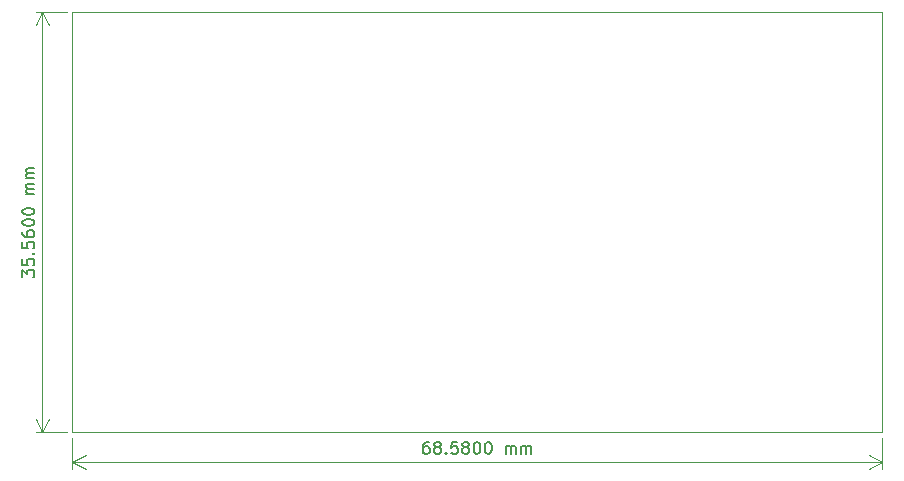
<source format=gbr>
%TF.GenerationSoftware,KiCad,Pcbnew,6.0.11+dfsg-1*%
%TF.CreationDate,2024-03-20T16:14:57-04:00*%
%TF.ProjectId,MainPCB,4d61696e-5043-4422-9e6b-696361645f70,rev?*%
%TF.SameCoordinates,Original*%
%TF.FileFunction,Profile,NP*%
%FSLAX46Y46*%
G04 Gerber Fmt 4.6, Leading zero omitted, Abs format (unit mm)*
G04 Created by KiCad (PCBNEW 6.0.11+dfsg-1) date 2024-03-20 16:14:57*
%MOMM*%
%LPD*%
G01*
G04 APERTURE LIST*
%TA.AperFunction,Profile*%
%ADD10C,0.100000*%
%TD*%
%ADD11C,0.150000*%
G04 APERTURE END LIST*
D10*
X203200000Y-114300000D02*
X134620000Y-114300000D01*
X134620000Y-114300000D02*
X134620000Y-78740000D01*
X134620000Y-78740000D02*
X203200000Y-78740000D01*
X203200000Y-78740000D02*
X203200000Y-114300000D01*
D11*
X130382381Y-101186666D02*
X130382381Y-100567619D01*
X130763334Y-100900952D01*
X130763334Y-100758095D01*
X130810953Y-100662857D01*
X130858572Y-100615238D01*
X130953810Y-100567619D01*
X131191905Y-100567619D01*
X131287143Y-100615238D01*
X131334762Y-100662857D01*
X131382381Y-100758095D01*
X131382381Y-101043809D01*
X131334762Y-101139047D01*
X131287143Y-101186666D01*
X130382381Y-99662857D02*
X130382381Y-100139047D01*
X130858572Y-100186666D01*
X130810953Y-100139047D01*
X130763334Y-100043809D01*
X130763334Y-99805714D01*
X130810953Y-99710476D01*
X130858572Y-99662857D01*
X130953810Y-99615238D01*
X131191905Y-99615238D01*
X131287143Y-99662857D01*
X131334762Y-99710476D01*
X131382381Y-99805714D01*
X131382381Y-100043809D01*
X131334762Y-100139047D01*
X131287143Y-100186666D01*
X131287143Y-99186666D02*
X131334762Y-99139047D01*
X131382381Y-99186666D01*
X131334762Y-99234285D01*
X131287143Y-99186666D01*
X131382381Y-99186666D01*
X130382381Y-98234285D02*
X130382381Y-98710476D01*
X130858572Y-98758095D01*
X130810953Y-98710476D01*
X130763334Y-98615238D01*
X130763334Y-98377142D01*
X130810953Y-98281904D01*
X130858572Y-98234285D01*
X130953810Y-98186666D01*
X131191905Y-98186666D01*
X131287143Y-98234285D01*
X131334762Y-98281904D01*
X131382381Y-98377142D01*
X131382381Y-98615238D01*
X131334762Y-98710476D01*
X131287143Y-98758095D01*
X130382381Y-97329523D02*
X130382381Y-97520000D01*
X130430001Y-97615238D01*
X130477620Y-97662857D01*
X130620477Y-97758095D01*
X130810953Y-97805714D01*
X131191905Y-97805714D01*
X131287143Y-97758095D01*
X131334762Y-97710476D01*
X131382381Y-97615238D01*
X131382381Y-97424761D01*
X131334762Y-97329523D01*
X131287143Y-97281904D01*
X131191905Y-97234285D01*
X130953810Y-97234285D01*
X130858572Y-97281904D01*
X130810953Y-97329523D01*
X130763334Y-97424761D01*
X130763334Y-97615238D01*
X130810953Y-97710476D01*
X130858572Y-97758095D01*
X130953810Y-97805714D01*
X130382381Y-96615238D02*
X130382381Y-96520000D01*
X130430001Y-96424761D01*
X130477620Y-96377142D01*
X130572858Y-96329523D01*
X130763334Y-96281904D01*
X131001429Y-96281904D01*
X131191905Y-96329523D01*
X131287143Y-96377142D01*
X131334762Y-96424761D01*
X131382381Y-96520000D01*
X131382381Y-96615238D01*
X131334762Y-96710476D01*
X131287143Y-96758095D01*
X131191905Y-96805714D01*
X131001429Y-96853333D01*
X130763334Y-96853333D01*
X130572858Y-96805714D01*
X130477620Y-96758095D01*
X130430001Y-96710476D01*
X130382381Y-96615238D01*
X130382381Y-95662857D02*
X130382381Y-95567619D01*
X130430001Y-95472380D01*
X130477620Y-95424761D01*
X130572858Y-95377142D01*
X130763334Y-95329523D01*
X131001429Y-95329523D01*
X131191905Y-95377142D01*
X131287143Y-95424761D01*
X131334762Y-95472380D01*
X131382381Y-95567619D01*
X131382381Y-95662857D01*
X131334762Y-95758095D01*
X131287143Y-95805714D01*
X131191905Y-95853333D01*
X131001429Y-95900952D01*
X130763334Y-95900952D01*
X130572858Y-95853333D01*
X130477620Y-95805714D01*
X130430001Y-95758095D01*
X130382381Y-95662857D01*
X131382381Y-94139047D02*
X130715715Y-94139047D01*
X130810953Y-94139047D02*
X130763334Y-94091428D01*
X130715715Y-93996190D01*
X130715715Y-93853333D01*
X130763334Y-93758095D01*
X130858572Y-93710476D01*
X131382381Y-93710476D01*
X130858572Y-93710476D02*
X130763334Y-93662857D01*
X130715715Y-93567619D01*
X130715715Y-93424761D01*
X130763334Y-93329523D01*
X130858572Y-93281904D01*
X131382381Y-93281904D01*
X131382381Y-92805714D02*
X130715715Y-92805714D01*
X130810953Y-92805714D02*
X130763334Y-92758095D01*
X130715715Y-92662857D01*
X130715715Y-92520000D01*
X130763334Y-92424761D01*
X130858572Y-92377142D01*
X131382381Y-92377142D01*
X130858572Y-92377142D02*
X130763334Y-92329523D01*
X130715715Y-92234285D01*
X130715715Y-92091428D01*
X130763334Y-91996190D01*
X130858572Y-91948571D01*
X131382381Y-91948571D01*
D10*
X134120000Y-78740000D02*
X131493581Y-78740000D01*
X134120000Y-114300000D02*
X131493581Y-114300000D01*
X132080001Y-78740000D02*
X132080001Y-114300000D01*
X132080001Y-78740000D02*
X132080001Y-114300000D01*
X132080001Y-78740000D02*
X131493580Y-79866504D01*
X132080001Y-78740000D02*
X132666422Y-79866504D01*
X132080001Y-114300000D02*
X132666422Y-113173496D01*
X132080001Y-114300000D02*
X131493580Y-113173496D01*
D11*
X164767142Y-115142379D02*
X164576666Y-115142379D01*
X164481428Y-115189999D01*
X164433809Y-115237618D01*
X164338571Y-115380475D01*
X164290952Y-115570951D01*
X164290952Y-115951903D01*
X164338571Y-116047141D01*
X164386190Y-116094760D01*
X164481428Y-116142379D01*
X164671904Y-116142379D01*
X164767142Y-116094760D01*
X164814761Y-116047141D01*
X164862380Y-115951903D01*
X164862380Y-115713808D01*
X164814761Y-115618570D01*
X164767142Y-115570951D01*
X164671904Y-115523332D01*
X164481428Y-115523332D01*
X164386190Y-115570951D01*
X164338571Y-115618570D01*
X164290952Y-115713808D01*
X165433809Y-115570951D02*
X165338571Y-115523332D01*
X165290952Y-115475713D01*
X165243333Y-115380475D01*
X165243333Y-115332856D01*
X165290952Y-115237618D01*
X165338571Y-115189999D01*
X165433809Y-115142379D01*
X165624285Y-115142379D01*
X165719523Y-115189999D01*
X165767142Y-115237618D01*
X165814761Y-115332856D01*
X165814761Y-115380475D01*
X165767142Y-115475713D01*
X165719523Y-115523332D01*
X165624285Y-115570951D01*
X165433809Y-115570951D01*
X165338571Y-115618570D01*
X165290952Y-115666189D01*
X165243333Y-115761427D01*
X165243333Y-115951903D01*
X165290952Y-116047141D01*
X165338571Y-116094760D01*
X165433809Y-116142379D01*
X165624285Y-116142379D01*
X165719523Y-116094760D01*
X165767142Y-116047141D01*
X165814761Y-115951903D01*
X165814761Y-115761427D01*
X165767142Y-115666189D01*
X165719523Y-115618570D01*
X165624285Y-115570951D01*
X166243333Y-116047141D02*
X166290952Y-116094760D01*
X166243333Y-116142379D01*
X166195714Y-116094760D01*
X166243333Y-116047141D01*
X166243333Y-116142379D01*
X167195714Y-115142379D02*
X166719523Y-115142379D01*
X166671904Y-115618570D01*
X166719523Y-115570951D01*
X166814761Y-115523332D01*
X167052857Y-115523332D01*
X167148095Y-115570951D01*
X167195714Y-115618570D01*
X167243333Y-115713808D01*
X167243333Y-115951903D01*
X167195714Y-116047141D01*
X167148095Y-116094760D01*
X167052857Y-116142379D01*
X166814761Y-116142379D01*
X166719523Y-116094760D01*
X166671904Y-116047141D01*
X167814761Y-115570951D02*
X167719523Y-115523332D01*
X167671904Y-115475713D01*
X167624285Y-115380475D01*
X167624285Y-115332856D01*
X167671904Y-115237618D01*
X167719523Y-115189999D01*
X167814761Y-115142379D01*
X168005238Y-115142379D01*
X168100476Y-115189999D01*
X168148095Y-115237618D01*
X168195714Y-115332856D01*
X168195714Y-115380475D01*
X168148095Y-115475713D01*
X168100476Y-115523332D01*
X168005238Y-115570951D01*
X167814761Y-115570951D01*
X167719523Y-115618570D01*
X167671904Y-115666189D01*
X167624285Y-115761427D01*
X167624285Y-115951903D01*
X167671904Y-116047141D01*
X167719523Y-116094760D01*
X167814761Y-116142379D01*
X168005238Y-116142379D01*
X168100476Y-116094760D01*
X168148095Y-116047141D01*
X168195714Y-115951903D01*
X168195714Y-115761427D01*
X168148095Y-115666189D01*
X168100476Y-115618570D01*
X168005238Y-115570951D01*
X168814761Y-115142379D02*
X168910000Y-115142379D01*
X169005238Y-115189999D01*
X169052857Y-115237618D01*
X169100476Y-115332856D01*
X169148095Y-115523332D01*
X169148095Y-115761427D01*
X169100476Y-115951903D01*
X169052857Y-116047141D01*
X169005238Y-116094760D01*
X168910000Y-116142379D01*
X168814761Y-116142379D01*
X168719523Y-116094760D01*
X168671904Y-116047141D01*
X168624285Y-115951903D01*
X168576666Y-115761427D01*
X168576666Y-115523332D01*
X168624285Y-115332856D01*
X168671904Y-115237618D01*
X168719523Y-115189999D01*
X168814761Y-115142379D01*
X169767142Y-115142379D02*
X169862380Y-115142379D01*
X169957619Y-115189999D01*
X170005238Y-115237618D01*
X170052857Y-115332856D01*
X170100476Y-115523332D01*
X170100476Y-115761427D01*
X170052857Y-115951903D01*
X170005238Y-116047141D01*
X169957619Y-116094760D01*
X169862380Y-116142379D01*
X169767142Y-116142379D01*
X169671904Y-116094760D01*
X169624285Y-116047141D01*
X169576666Y-115951903D01*
X169529047Y-115761427D01*
X169529047Y-115523332D01*
X169576666Y-115332856D01*
X169624285Y-115237618D01*
X169671904Y-115189999D01*
X169767142Y-115142379D01*
X171290952Y-116142379D02*
X171290952Y-115475713D01*
X171290952Y-115570951D02*
X171338571Y-115523332D01*
X171433809Y-115475713D01*
X171576666Y-115475713D01*
X171671904Y-115523332D01*
X171719523Y-115618570D01*
X171719523Y-116142379D01*
X171719523Y-115618570D02*
X171767142Y-115523332D01*
X171862380Y-115475713D01*
X172005238Y-115475713D01*
X172100476Y-115523332D01*
X172148095Y-115618570D01*
X172148095Y-116142379D01*
X172624285Y-116142379D02*
X172624285Y-115475713D01*
X172624285Y-115570951D02*
X172671904Y-115523332D01*
X172767142Y-115475713D01*
X172910000Y-115475713D01*
X173005238Y-115523332D01*
X173052857Y-115618570D01*
X173052857Y-116142379D01*
X173052857Y-115618570D02*
X173100476Y-115523332D01*
X173195714Y-115475713D01*
X173338571Y-115475713D01*
X173433809Y-115523332D01*
X173481428Y-115618570D01*
X173481428Y-116142379D01*
D10*
X134620000Y-114800000D02*
X134620000Y-117426419D01*
X203200000Y-114800000D02*
X203200000Y-117426419D01*
X134620000Y-116839999D02*
X203200000Y-116839999D01*
X134620000Y-116839999D02*
X203200000Y-116839999D01*
X134620000Y-116839999D02*
X135746504Y-117426420D01*
X134620000Y-116839999D02*
X135746504Y-116253578D01*
X203200000Y-116839999D02*
X202073496Y-116253578D01*
X203200000Y-116839999D02*
X202073496Y-117426420D01*
M02*

</source>
